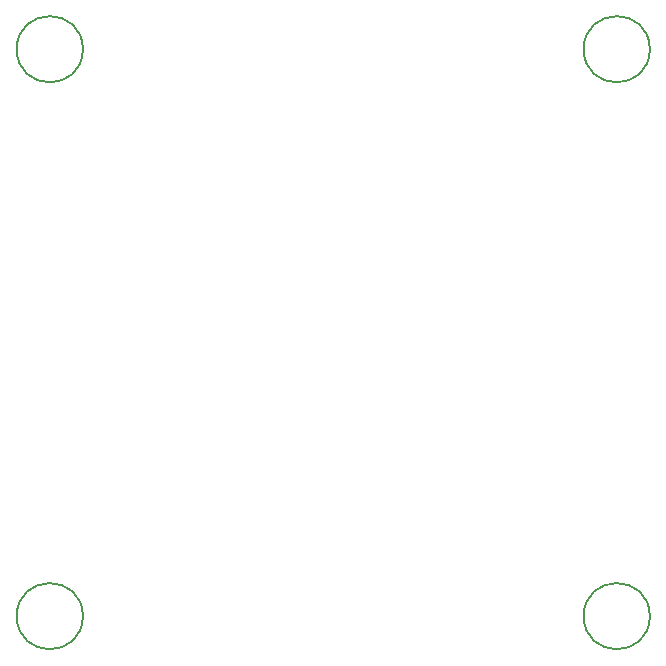
<source format=gbr>
%TF.GenerationSoftware,KiCad,Pcbnew,9.0.0*%
%TF.CreationDate,2025-02-21T21:13:24-05:00*%
%TF.ProjectId,SensorModuleBreakout,53656e73-6f72-44d6-9f64-756c65427265,rev?*%
%TF.SameCoordinates,Original*%
%TF.FileFunction,Other,Comment*%
%FSLAX46Y46*%
G04 Gerber Fmt 4.6, Leading zero omitted, Abs format (unit mm)*
G04 Created by KiCad (PCBNEW 9.0.0) date 2025-02-21 21:13:24*
%MOMM*%
%LPD*%
G01*
G04 APERTURE LIST*
%ADD10C,0.150000*%
G04 APERTURE END LIST*
D10*
%TO.C,H2*%
X156800000Y-56000000D02*
G75*
G02*
X151200000Y-56000000I-2800000J0D01*
G01*
X151200000Y-56000000D02*
G75*
G02*
X156800000Y-56000000I2800000J0D01*
G01*
%TO.C,H3*%
X108800000Y-104000000D02*
G75*
G02*
X103200000Y-104000000I-2800000J0D01*
G01*
X103200000Y-104000000D02*
G75*
G02*
X108800000Y-104000000I2800000J0D01*
G01*
%TO.C,H4*%
X156800000Y-104000000D02*
G75*
G02*
X151200000Y-104000000I-2800000J0D01*
G01*
X151200000Y-104000000D02*
G75*
G02*
X156800000Y-104000000I2800000J0D01*
G01*
%TO.C,H1*%
X108800000Y-56000000D02*
G75*
G02*
X103200000Y-56000000I-2800000J0D01*
G01*
X103200000Y-56000000D02*
G75*
G02*
X108800000Y-56000000I2800000J0D01*
G01*
%TD*%
M02*

</source>
